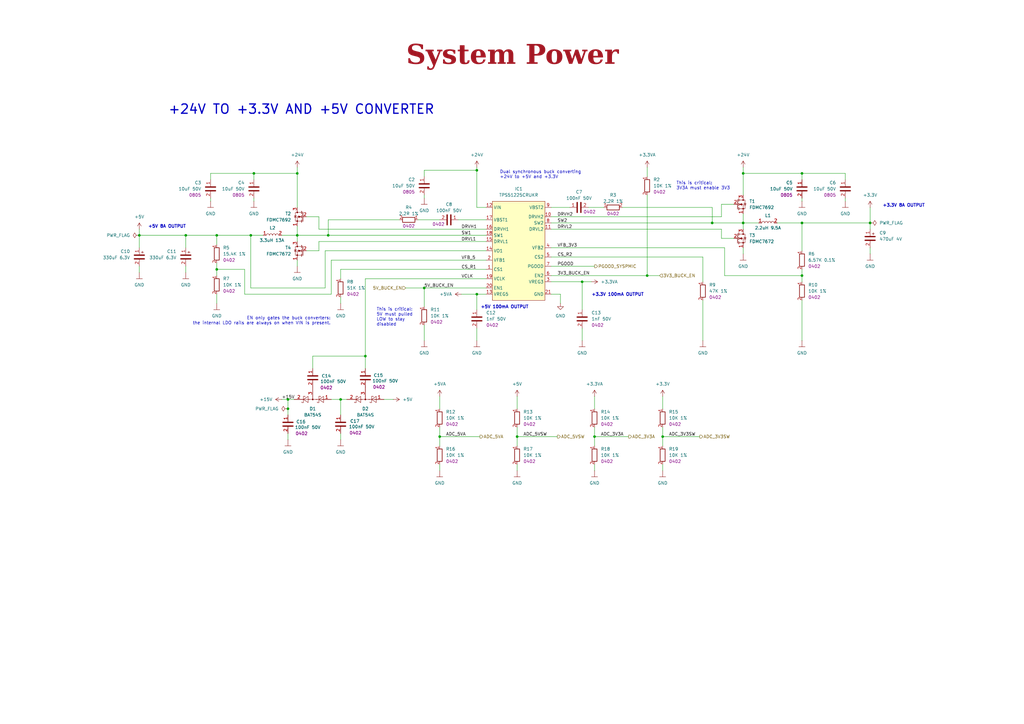
<source format=kicad_sch>
(kicad_sch (version 20250114) (generator "eeschema") (generator_version "9.0")
  (paper "A3")
  (title_block (title "System Power") (date "2026-02-05") (rev "1.0.0") (company "DvidMakesThings"))
  (text "+3.3V 100mA OUTPUT" (at 242.57 120.904 0) (effects (font (size 1.27 1.27) (thickness 0.254) (bold yes)) (justify left)))
  (text "Dual synchronous buck converting \n+24V to +5V and +3.3V \n" (at 204.978 71.628 0) (effects (font (size 1.27 1.27)) (justify left)))
  (text "+5V 100mA OUTPUT" (at 197.104 125.984 0) (effects (font (size 1.27 1.27) (thickness 0.254) (bold yes)) (justify left)))
  (text "+5V 8A OUTPUT" (at 60.706 92.964 0) (effects (font (size 1.27 1.27) (thickness 0.254) (bold yes)) (justify left)))
  (text "+3.3V 8A OUTPUT" (at 361.95 84.328 0) (effects (font (size 1.27 1.27) (thickness 0.254) (bold yes)) (justify left)))
  (text "This is critical: \n3V3A must enable 3V3" (at 277.368 76.2 0) (effects (font (size 1.27 1.27)) (justify left)))
  (text "EN only gates the buck converters:\nthe internal LDO rails are always on when VIN is present." (at 135.636 131.572 0) (effects (font (size 1.27 1.27)) (justify right)))
  (text "This is critical: \n5V must pulled\nLOW to stay\ndisabled" (at 154.432 130.048 0) (effects (font (size 1.27 1.27)) (justify left)))
  (text "+24V TO +3.3V AND +5V CONVERTER" (at 68.834 44.958 0) (effects (font (size 3.81 3.81) (thickness 0.508) (bold yes)) (justify left)))
  (text_box "System Power" (at 12.7 16.51 0) (size 394.97 12.7) (margins 5.9999 5.9999 5.9999 5.9999) (stroke (width -0.0001)) (effects (font (size 8 8) (thickness 1.2) (bold yes))))
  (junction (at 304.8 71.12))
  (junction (at 118.11 163.83))
  (junction (at 118.11 167.64))
  (junction (at 76.2 96.52))
  (junction (at 265.43 113.03))
  (junction (at 149.86 146.05))
  (junction (at 195.58 120.65))
  (junction (at 356.87 91.44))
  (junction (at 139.7 163.83))
  (junction (at 328.93 91.44))
  (junction (at 238.76 115.57))
  (junction (at 88.9 110.49))
  (junction (at 173.99 118.11))
  (junction (at 243.84 179.07))
  (junction (at 57.15 96.52))
  (junction (at 102.87 96.52))
  (junction (at 134.62 96.52))
  (junction (at 328.93 113.03))
  (junction (at 195.58 69.85))
  (junction (at 292.1 91.44))
  (junction (at 271.78 179.07))
  (junction (at 88.9 96.52))
  (junction (at 180.34 179.07))
  (junction (at 212.09 179.07))
  (junction (at 328.93 71.12))
  (junction (at 104.14 71.12))
  (junction (at 304.8 91.44))
  (junction (at 121.92 71.12))
  (junction (at 121.92 96.52))
  (wire (pts (xy 226.06 115.57) (xy 238.76 115.57)))
  (wire (pts (xy 135.89 120.65) (xy 100.33 120.65)))
  (wire (pts (xy 134.62 90.17) (xy 134.62 96.52)))
  (wire (pts (xy 238.76 134.62) (xy 238.76 139.7)))
  (wire (pts (xy 271.78 179.07) (xy 287.02 179.07)))
  (wire (pts (xy 118.11 167.64) (xy 118.11 170.18)))
  (wire (pts (xy 328.93 110.49) (xy 328.93 113.03)))
  (wire (pts (xy 265.43 113.03) (xy 270.51 113.03)))
  (wire (pts (xy 356.87 101.6) (xy 356.87 104.14)))
  (wire (pts (xy 57.15 96.52) (xy 76.2 96.52)))
  (wire (pts (xy 149.86 146.05) (xy 149.86 151.13)))
  (wire (pts (xy 180.34 162.56) (xy 180.34 167.64)))
  (wire (pts (xy 130.81 99.06) (xy 130.81 102.87)))
  (wire (pts (xy 128.27 146.05) (xy 149.86 146.05)))
  (wire (pts (xy 121.92 68.58) (xy 121.92 71.12)))
  (wire (pts (xy 212.09 162.56) (xy 212.09 167.64)))
  (wire (pts (xy 86.36 71.12) (xy 104.14 71.12)))
  (wire (pts (xy 135.89 163.83) (xy 139.7 163.83)))
  (wire (pts (xy 121.92 96.52) (xy 134.62 96.52)))
  (wire (pts (xy 243.84 179.07) (xy 243.84 175.26)))
  (wire (pts (xy 226.06 93.98) (xy 295.91 93.98)))
  (wire (pts (xy 195.58 68.58) (xy 195.58 69.85)))
  (wire (pts (xy 271.78 182.88) (xy 271.78 179.07)))
  (wire (pts (xy 295.91 88.9) (xy 295.91 83.82)))
  (wire (pts (xy 238.76 115.57) (xy 242.57 115.57)))
  (wire (pts (xy 173.99 69.85) (xy 195.58 69.85)))
  (wire (pts (xy 212.09 179.07) (xy 228.6 179.07)))
  (wire (pts (xy 304.8 71.12) (xy 328.93 71.12)))
  (wire (pts (xy 130.81 93.98) (xy 130.81 88.9)))
  (wire (pts (xy 180.34 193.04) (xy 180.34 190.5)))
  (wire (pts (xy 328.93 73.66) (xy 328.93 71.12)))
  (wire (pts (xy 88.9 124.46) (xy 88.9 120.65)))
  (wire (pts (xy 304.8 91.44) (xy 304.8 93.98)))
  (wire (pts (xy 130.81 93.98) (xy 199.39 93.98)))
  (wire (pts (xy 171.45 90.17) (xy 180.34 90.17)))
  (wire (pts (xy 187.96 90.17) (xy 199.39 90.17)))
  (wire (pts (xy 180.34 182.88) (xy 180.34 179.07)))
  (wire (pts (xy 328.93 139.7) (xy 328.93 123.19)))
  (wire (pts (xy 180.34 179.07) (xy 196.85 179.07)))
  (wire (pts (xy 173.99 118.11) (xy 199.39 118.11)))
  (wire (pts (xy 121.92 96.52) (xy 121.92 99.06)))
  (wire (pts (xy 288.29 123.19) (xy 288.29 139.7)))
  (wire (pts (xy 195.58 69.85) (xy 195.58 85.09)))
  (wire (pts (xy 115.57 163.83) (xy 118.11 163.83)))
  (wire (pts (xy 226.06 120.65) (xy 229.87 120.65)))
  (wire (pts (xy 130.81 102.87) (xy 125.73 102.87)))
  (wire (pts (xy 328.93 113.03) (xy 328.93 115.57)))
  (wire (pts (xy 88.9 110.49) (xy 88.9 113.03)))
  (wire (pts (xy 120.65 163.83) (xy 118.11 163.83)))
  (wire (pts (xy 226.06 109.22) (xy 243.84 109.22)))
  (wire (pts (xy 328.93 82.55) (xy 328.93 81.28)))
  (wire (pts (xy 271.78 162.56) (xy 271.78 167.64)))
  (wire (pts (xy 295.91 93.98) (xy 295.91 97.79)))
  (wire (pts (xy 118.11 163.83) (xy 118.11 167.64)))
  (wire (pts (xy 297.18 113.03) (xy 328.93 113.03)))
  (wire (pts (xy 328.93 91.44) (xy 328.93 102.87)))
  (wire (pts (xy 128.27 146.05) (xy 128.27 151.13)))
  (wire (pts (xy 139.7 110.49) (xy 139.7 114.3)))
  (wire (pts (xy 139.7 163.83) (xy 142.24 163.83)))
  (wire (pts (xy 76.2 109.22) (xy 76.2 111.76)))
  (wire (pts (xy 102.87 118.11) (xy 102.87 96.52)))
  (wire (pts (xy 304.8 87.63) (xy 304.8 91.44)))
  (wire (pts (xy 238.76 115.57) (xy 238.76 127)))
  (wire (pts (xy 247.65 85.09) (xy 241.3 85.09)))
  (wire (pts (xy 295.91 83.82) (xy 300.99 83.82)))
  (wire (pts (xy 180.34 179.07) (xy 180.34 175.26)))
  (wire (pts (xy 356.87 91.44) (xy 356.87 93.98)))
  (wire (pts (xy 104.14 71.12) (xy 104.14 73.66)))
  (wire (pts (xy 328.93 91.44) (xy 356.87 91.44)))
  (wire (pts (xy 243.84 182.88) (xy 243.84 179.07)))
  (wire (pts (xy 304.8 104.14) (xy 304.8 101.6)))
  (wire (pts (xy 88.9 107.95) (xy 88.9 110.49)))
  (wire (pts (xy 292.1 85.09) (xy 292.1 91.44)))
  (wire (pts (xy 173.99 118.11) (xy 173.99 125.73)))
  (wire (pts (xy 134.62 90.17) (xy 163.83 90.17)))
  (wire (pts (xy 271.78 179.07) (xy 271.78 175.26)))
  (wire (pts (xy 255.27 85.09) (xy 292.1 85.09)))
  (wire (pts (xy 57.15 101.6) (xy 57.15 96.52)))
  (wire (pts (xy 86.36 82.55) (xy 86.36 81.28)))
  (wire (pts (xy 57.15 93.98) (xy 57.15 96.52)))
  (wire (pts (xy 149.86 114.3) (xy 199.39 114.3)))
  (wire (pts (xy 212.09 193.04) (xy 212.09 190.5)))
  (wire (pts (xy 118.11 180.34) (xy 118.11 177.8)))
  (wire (pts (xy 121.92 109.22) (xy 121.92 106.68)))
  (wire (pts (xy 265.43 68.58) (xy 265.43 72.39)))
  (wire (pts (xy 243.84 193.04) (xy 243.84 190.5)))
  (wire (pts (xy 88.9 96.52) (xy 88.9 100.33)))
  (wire (pts (xy 102.87 96.52) (xy 107.95 96.52)))
  (wire (pts (xy 133.35 102.87) (xy 133.35 118.11)))
  (wire (pts (xy 226.06 91.44) (xy 292.1 91.44)))
  (wire (pts (xy 226.06 88.9) (xy 295.91 88.9)))
  (wire (pts (xy 173.99 81.28) (xy 173.99 80.01)))
  (wire (pts (xy 233.68 85.09) (xy 226.06 85.09)))
  (wire (pts (xy 134.62 96.52) (xy 199.39 96.52)))
  (wire (pts (xy 130.81 88.9) (xy 125.73 88.9)))
  (wire (pts (xy 229.87 120.65) (xy 229.87 124.46)))
  (wire (pts (xy 149.86 146.05) (xy 149.86 114.3)))
  (wire (pts (xy 135.89 106.68) (xy 135.89 120.65)))
  (wire (pts (xy 297.18 101.6) (xy 297.18 113.03)))
  (wire (pts (xy 199.39 102.87) (xy 133.35 102.87)))
  (wire (pts (xy 212.09 179.07) (xy 212.09 175.26)))
  (wire (pts (xy 157.48 163.83) (xy 161.29 163.83)))
  (wire (pts (xy 226.06 105.41) (xy 288.29 105.41)))
  (wire (pts (xy 189.23 120.65) (xy 195.58 120.65)))
  (wire (pts (xy 121.92 92.71) (xy 121.92 96.52)))
  (wire (pts (xy 130.81 99.06) (xy 199.39 99.06)))
  (wire (pts (xy 199.39 85.09) (xy 195.58 85.09)))
  (wire (pts (xy 139.7 180.34) (xy 139.7 177.8)))
  (wire (pts (xy 199.39 106.68) (xy 135.89 106.68)))
  (wire (pts (xy 139.7 163.83) (xy 139.7 170.18)))
  (wire (pts (xy 304.8 68.58) (xy 304.8 71.12)))
  (wire (pts (xy 139.7 121.92) (xy 139.7 124.46)))
  (wire (pts (xy 104.14 82.55) (xy 104.14 81.28)))
  (wire (pts (xy 346.71 71.12) (xy 346.71 73.66)))
  (wire (pts (xy 212.09 182.88) (xy 212.09 179.07)))
  (wire (pts (xy 76.2 96.52) (xy 88.9 96.52)))
  (wire (pts (xy 243.84 162.56) (xy 243.84 167.64)))
  (wire (pts (xy 57.15 109.22) (xy 57.15 111.76)))
  (wire (pts (xy 288.29 105.41) (xy 288.29 115.57)))
  (wire (pts (xy 100.33 110.49) (xy 88.9 110.49)))
  (wire (pts (xy 265.43 80.01) (xy 265.43 113.03)))
  (wire (pts (xy 115.57 96.52) (xy 121.92 96.52)))
  (wire (pts (xy 346.71 82.55) (xy 346.71 81.28)))
  (wire (pts (xy 121.92 71.12) (xy 121.92 85.09)))
  (wire (pts (xy 173.99 69.85) (xy 173.99 72.39)))
  (wire (pts (xy 100.33 120.65) (xy 100.33 110.49)))
  (wire (pts (xy 328.93 71.12) (xy 346.71 71.12)))
  (wire (pts (xy 304.8 91.44) (xy 311.15 91.44)))
  (wire (pts (xy 295.91 97.79) (xy 300.99 97.79)))
  (wire (pts (xy 195.58 120.65) (xy 199.39 120.65)))
  (wire (pts (xy 104.14 71.12) (xy 121.92 71.12)))
  (wire (pts (xy 243.84 179.07) (xy 257.81 179.07)))
  (wire (pts (xy 304.8 71.12) (xy 304.8 80.01)))
  (wire (pts (xy 86.36 73.66) (xy 86.36 71.12)))
  (wire (pts (xy 133.35 118.11) (xy 102.87 118.11)))
  (wire (pts (xy 195.58 134.62) (xy 195.58 139.7)))
  (wire (pts (xy 356.87 85.09) (xy 356.87 91.44)))
  (wire (pts (xy 199.39 110.49) (xy 139.7 110.49)))
  (wire (pts (xy 173.99 139.7) (xy 173.99 133.35)))
  (wire (pts (xy 195.58 120.65) (xy 195.58 127)))
  (wire (pts (xy 76.2 101.6) (xy 76.2 96.52)))
  (wire (pts (xy 166.37 118.11) (xy 173.99 118.11)))
  (wire (pts (xy 304.8 91.44) (xy 292.1 91.44)))
  (wire (pts (xy 271.78 193.04) (xy 271.78 190.5)))
  (wire (pts (xy 226.06 101.6) (xy 297.18 101.6)))
  (wire (pts (xy 88.9 96.52) (xy 102.87 96.52)))
  (wire (pts (xy 226.06 113.03) (xy 265.43 113.03)))
  (wire (pts (xy 318.77 91.44) (xy 328.93 91.44)))
  (label "VCLK" (at 189.23 114.3 0))
  (label "3V3_BUCK_EN" (at 228.6 113.03 0))
  (label "DRVH2" (at 228.6 88.9 0))
  (label "VFB_3V3" (at 228.6 101.6 0))
  (label "DRVH1" (at 189.23 93.98 0))
  (label "ADC_5VSW" (at 214.63 179.07 0))
  (label "SW1" (at 189.23 96.52 0))
  (label "SW2" (at 228.6 91.44 0))
  (label "DRVL1" (at 189.23 99.06 0))
  (label "CS_R2" (at 228.6 105.41 0))
  (label "CS_R1" (at 189.23 110.49 0))
  (label "ADC_3V3A" (at 246.38 179.07 0))
  (label "ADC_3V3SW" (at 274.32 179.07 0))
  (label "5V_BUCK_EN" (at 173.99 118.11 0))
  (label "PGOOD" (at 228.6 109.22 0))
  (label "ADC_5VA" (at 182.88 179.07 0))
  (label "+15V" (at 115.57 163.83 0))
  (label "DRVL2" (at 228.6 93.98 0))
  (label "VFB_5" (at 189.23 106.68 0))
  (hierarchical_label "5V_BUCK_EN" (shape input) (at 166.37 118.11 180))
  (hierarchical_label "ADC_5VA" (shape output) (at 196.85 179.07 0))
  (hierarchical_label "ADC_5VSW" (shape output) (at 228.6 179.07 0))
  (hierarchical_label "3V3_BUCK_EN" (shape input) (at 270.51 113.03 0))
  (hierarchical_label "ADC_3V3A" (shape output) (at 257.81 179.07 0))
  (hierarchical_label "ADC_3V3SW" (shape output) (at 287.02 179.07 0))
  (hierarchical_label "PGOOD_SYSPMIC" (shape output) (at 243.84 109.22 0))
  (symbol (lib_id "power:+15V") (at 115.57 163.83 90) (unit 1)
    (property "Reference" "#PWR033" (effects (hide yes)))
    (property "Value" "+15V" (at 111.76 163.8299 90) (effects (justify left)))
    (property "Description" "Power symbol creates a global label with name \"+15V\"" (effects (hide yes)))
  )
  (symbol (lib_id "DS_Supply:GND") (at 288.29 139.7 0) (unit 1)
    (property "Reference" "#PWR027" (effects (hide yes)))
    (property "Value" "GND" (at 288.29 144.78 0))
    (property "Description" "Power symbol creates a global label with name \"GND\" , ground" (effects (hide yes)))
  )
  (symbol (lib_id "DS_Resistor_0402:10K 1% 0402") (at 212.09 186.69 0) (unit 1)
    (property "Reference" "R17" (at 214.63 184.1499 0) (effects (justify left)))
    (property "Value" "10K 1%" (at 214.63 186.6899 0) (effects (justify left)))
    (property "Footprint" "Resistor_SMD:R_0402_1005Metric" (effects (hide yes)))
    (property "Description" "62.5mW Thick Film Resistors 50V ±100ppm/℃ ±1% 10kΩ 0402 Chip Resistor - Surface Mount ROHS" (effects (hide yes)))
    (property "LCSC_PART" "C25744" (effects (hide yes)))
    (property "ROHS" "YES" (effects (hide yes)))
    (property "FOOTPRINT_SHORT" "0402" (at 214.63 189.2299 0) (effects (justify left)))
    (property "MFR" "ROHM" (effects (hide yes)))
  )
  (symbol (lib_id "DS_FET:FDMC7672") (at 121.92 102.87 0) (mirror y) (unit 1)
    (property "Reference" "T4" (at 119.38 101.5999 0) (effects (justify left)))
    (property "Value" "FDMC7672" (at 119.38 104.1399 0) (effects (justify left)))
    (property "Footprint" "DS_FET:DFN8_3x3" (effects (hide yes)))
    (property "Datasheet" "https://www.onsemi.com/pdf/datasheet/fdmc7672-d.pdf" (effects (hide yes)))
    (property "Description" "1 N-channel 120pF@15V 16.9A 3.89nF@15V 30V 3V 57nC@10V WDFN-8(3.3x3.3) MOSFETs ROHS" (effects (hide yes)))
    (property "ROHS" "YES" (effects (hide yes)))
    (property "LCSC_PART" "C890946" (effects (hide yes)))
    (property "MPN" "FDMC7672" (effects (hide yes)))
    (property "MFR" "onsemi" (effects (hide yes)))
  )
  (symbol (lib_id "DS_Capacitor_0805:10uF 50V 0805") (at 104.14 77.47 0) (unit 1)
    (property "Reference" "C4" (at 100.33 74.9299 0) (effects (justify right)))
    (property "Value" "10uF 50V" (at 100.33 77.4699 0) (effects (justify right)))
    (property "Footprint" "Capacitor_SMD:C_0805_2012Metric" (effects (hide yes)))
    (property "Description" "50V 10uF X5R ±10% 0805 Multilayer Ceramic Capacitors MLCC - SMD/SMT ROHS" (effects (hide yes)))
    (property "FOOTPRINT_SHORT" "0805" (at 100.33 80.0099 0) (effects (justify right)))
    (property "ROHS" "YES" (effects (hide yes)))
    (property "LCSC_PART" "C440198" (effects (hide yes)))
  )
  (symbol (lib_id "DS_FET:FDMC7692") (at 121.92 88.9 0) (mirror y) (unit 1)
    (property "Reference" "T2" (at 119.38 87.6299 0) (effects (justify left)))
    (property "Value" "FDMC7692" (at 119.38 90.1699 0) (effects (justify left)))
    (property "Footprint" "DS_FET:DFN8_3x3" (effects (hide yes)))
    (property "Datasheet" "https://www.onsemi.com/pdf/datasheet/fdmc7692-d.pdf" (effects (hide yes)))
    (property "Description" "1 N-channel 1.385nF 18A 23nC@10V 27W 30V 3V 590pF 60pF 9.3mΩ@10V N-Channel MLP(3.3x3.3) MOSFETs ROHS" (effects (hide yes)))
    (property "ROHS" "YES" (effects (hide yes)))
    (property "LCSC_PART" "C241798" (effects (hide yes)))
    (property "MPN" "FDMC7692" (effects (hide yes)))
    (property "MFR" "onsemi" (effects (hide yes)))
  )
  (symbol (lib_id "DS_Supply:GND") (at 212.09 193.04 0) (unit 1)
    (property "Reference" "#PWR038" (effects (hide yes)))
    (property "Value" "GND" (at 212.09 198.12 0))
    (property "Description" "Power symbol creates a global label with name \"GND\" , ground" (effects (hide yes)))
  )
  (symbol (lib_id "DS_Capacitor_Tantal:330uF_6.3V") (at 57.15 105.41 0) (unit 1)
    (property "Reference" "C10" (at 53.34 103.1211 0) (effects (justify right)))
    (property "Value" "330uF 6.3V" (at 53.34 105.6611 0) (effects (justify right)))
    (property "Footprint" "DS_Capacitor:2917" (effects (hide yes)))
    (property "Datasheet" "https://industrial.panasonic.com/cdbs/www-data/pdf/AAA8000/AAA8000C36.pdf" (effects (hide yes)))
    (property "Description" "-55°C~+105°C 18mΩ@100kHz 330uF 6.3V ±20% - Tantalum Capacitors ROHS" (effects (hide yes)))
    (property "LCSC_PART" "C134173" (effects (hide yes)))
    (property "ROHS" "YES" (effects (hide yes)))
    (property "MPN" "6TPE330MIL" (effects (hide yes)))
  )
  (symbol (lib_id "DS_Supply:GND") (at 57.15 111.76 0) (unit 1)
    (property "Reference" "#PWR017" (effects (hide yes)))
    (property "Value" "GND" (at 57.15 116.84 0))
    (property "Description" "Power symbol creates a global label with name \"GND\" , ground" (effects (hide yes)))
  )
  (symbol (lib_id "DS_Supply:GND") (at 346.71 82.55 0) (unit 1)
    (property "Reference" "#PWR011" (effects (hide yes)))
    (property "Value" "GND" (at 346.71 87.63 0))
    (property "Description" "Power symbol creates a global label with name \"GND\" , ground" (effects (hide yes)))
  )
  (symbol (lib_id "DS_Resistor_0402:10K 1% 0402") (at 212.09 171.45 0) (unit 1)
    (property "Reference" "R13" (at 214.63 168.9099 0) (effects (justify left)))
    (property "Value" "10K 1%" (at 214.63 171.4499 0) (effects (justify left)))
    (property "Footprint" "Resistor_SMD:R_0402_1005Metric" (effects (hide yes)))
    (property "Description" "62.5mW Thick Film Resistors 50V ±100ppm/℃ ±1% 10kΩ 0402 Chip Resistor - Surface Mount ROHS" (effects (hide yes)))
    (property "LCSC_PART" "C25744" (effects (hide yes)))
    (property "ROHS" "YES" (effects (hide yes)))
    (property "FOOTPRINT_SHORT" "0402" (at 214.63 173.9899 0) (effects (justify left)))
    (property "MFR" "ROHM" (effects (hide yes)))
  )
  (symbol (lib_id "DS_Vreg:TPS51225C") (at 213.36 101.6 0) (unit 1)
    (property "Reference" "IC1" (at 212.725 77.47 0))
    (property "Value" "TPS51225CRUKR" (at 212.725 80.01 0))
    (property "Footprint" "DS_Vreg:QFN20-3x3" (effects (hide yes)))
    (property "Datasheet" "https://www.ti.com/lit/ds/symlink/tps51225.pdf" (effects (hide yes)))
    (property "Description" "Dual Synchronous, Step-Down Controller with 5-V and 3.3-V LDOs" (effects (hide yes)))
    (property "LCSC_PART" "C131684" (effects (hide yes)))
    (property "ROHS" "YES" (effects (hide yes)))
    (property "MFR" "Texas Instruments" (effects (hide yes)))
    (property "MPN" "TPS51225CRUKR" (effects (hide yes)))
  )
  (symbol (lib_id "power:+5V") (at 161.29 163.83 270) (unit 1)
    (property "Reference" "#PWR034" (effects (hide yes)))
    (property "Value" "+5V" (at 165.1 163.8299 90) (effects (justify left)))
    (property "Description" "Power symbol creates a global label with name \"+5V\"" (effects (hide yes)))
  )
  (symbol (lib_id "DS_Supply:GND") (at 88.9 124.46 0) (unit 1)
    (property "Reference" "#PWR021" (effects (hide yes)))
    (property "Value" "GND" (at 88.9 129.54 0))
    (property "Description" "Power symbol creates a global label with name \"GND\" , ground" (effects (hide yes)))
  )
  (symbol (lib_id "DS_Supply:GND") (at 328.93 82.55 0) (unit 1)
    (property "Reference" "#PWR010" (effects (hide yes)))
    (property "Value" "GND" (at 328.93 87.63 0))
    (property "Description" "Power symbol creates a global label with name \"GND\" , ground" (effects (hide yes)))
  )
  (symbol (lib_id "power:+5VA") (at 189.23 120.65 90) (unit 1)
    (property "Reference" "#PWR020" (effects (hide yes)))
    (property "Value" "+5VA" (at 185.42 120.6499 90) (effects (justify left)))
    (property "Description" "Power symbol creates a global label with name \"+5VA\"" (effects (hide yes)))
  )
  (symbol (lib_id "DS_Resistor_0402:10K 1% 0402") (at 243.84 186.69 0) (unit 1)
    (property "Reference" "R18" (at 246.38 184.1499 0) (effects (justify left)))
    (property "Value" "10K 1%" (at 246.38 186.6899 0) (effects (justify left)))
    (property "Footprint" "Resistor_SMD:R_0402_1005Metric" (effects (hide yes)))
    (property "Description" "62.5mW Thick Film Resistors 50V ±100ppm/℃ ±1% 10kΩ 0402 Chip Resistor - Surface Mount ROHS" (effects (hide yes)))
    (property "LCSC_PART" "C25744" (effects (hide yes)))
    (property "ROHS" "YES" (effects (hide yes)))
    (property "FOOTPRINT_SHORT" "0402" (at 246.38 189.2299 0) (effects (justify left)))
    (property "MFR" "ROHM" (effects (hide yes)))
  )
  (symbol (lib_id "DS_Capacitor_Tantal:330uF_6.3V") (at 76.2 105.41 0) (unit 1)
    (property "Reference" "C11" (at 72.39 103.1211 0) (effects (justify right)))
    (property "Value" "330uF 6.3V" (at 72.39 105.6611 0) (effects (justify right)))
    (property "Footprint" "DS_Capacitor:2917" (effects (hide yes)))
    (property "Datasheet" "https://industrial.panasonic.com/cdbs/www-data/pdf/AAA8000/AAA8000C36.pdf" (effects (hide yes)))
    (property "Description" "-55°C~+105°C 18mΩ@100kHz 330uF 6.3V ±20% - Tantalum Capacitors ROHS" (effects (hide yes)))
    (property "LCSC_PART" "C134173" (effects (hide yes)))
    (property "ROHS" "YES" (effects (hide yes)))
    (property "MPN" "6TPE330MIL" (effects (hide yes)))
  )
  (symbol (lib_id "DS_Supply:GND") (at 173.99 139.7 0) (unit 1)
    (property "Reference" "#PWR024" (effects (hide yes)))
    (property "Value" "GND" (at 173.99 144.78 0))
    (property "Description" "Power symbol creates a global label with name \"GND\" , ground" (effects (hide yes)))
  )
  (symbol (lib_id "power:+24V") (at 304.8 68.58 0) (unit 1)
    (property "Reference" "#PWR06" (effects (hide yes)))
    (property "Value" "+24V" (at 304.8 63.5 0))
    (property "Description" "Power symbol creates a global label with name \"+24V\"" (effects (hide yes)))
  )
  (symbol (lib_id "power:PWR_FLAG") (at 57.15 96.52 90) (unit 1)
    (property "Reference" "#FLG02" (effects (hide yes)))
    (property "Value" "PWR_FLAG" (at 53.34 96.5199 90) (effects (justify left)))
    (property "Description" "Special symbol for telling ERC where power comes from" (effects (hide yes)))
  )
  (symbol (lib_id "DS_Resistor_0402:47K_1%") (at 288.29 119.38 0) (unit 1)
    (property "Reference" "R9" (at 290.83 116.8399 0) (effects (justify left)))
    (property "Value" "47K 1%" (at 290.83 119.3799 0) (effects (justify left)))
    (property "Footprint" "Resistor_SMD:R_0402_1005Metric" (effects (hide yes)))
    (property "Description" "-55℃~+155℃ 47kΩ 50V 62.5mW Thick Film Resistor ±1% ±100ppm/℃ 0402 Chip Resistor - Surface Mount ROHS" (effects (hide yes)))
    (property "LCSC_PART" "C25792" (effects (hide yes)))
    (property "ROHS" "YES" (effects (hide yes)))
    (property "FOOTPRINT_SHORT" "0402" (at 290.83 121.9199 0) (effects (justify left)))
    (property "MFR" "0402WGF4702TCE" (effects (hide yes)))
  )
  (symbol (lib_id "DS_Resistor_0402:15.4K 1% 0402") (at 88.9 104.14 0) (unit 1)
    (property "Reference" "R5" (at 91.44 101.5999 0) (effects (justify left)))
    (property "Value" "15.4K 1%" (at 91.44 104.1399 0) (effects (justify left)))
    (property "Footprint" "Resistor_SMD:R_0402_1005Metric" (effects (hide yes)))
    (property "Datasheet" "https://jlcpcb.com/api/file/downloadByFileSystemAccessId/8590918905378381824" (effects (hide yes)))
    (property "Description" "15.4kΩ 50V 62.5mW Thick Film Resistor ±1% ±200ppm/℃ 0402 Chip Resistor - Surface Mount ROHS" (effects (hide yes)))
    (property "LCSC_PART" "C22369478" (effects (hide yes)))
    (property "ROHS" "YES" (effects (hide yes)))
    (property "FOOTPRINT_SHORT" "0402" (at 91.44 106.6799 0) (effects (justify left)))
    (property "MFR" "HKR" (effects (hide yes)))
    (property "MPN" "RCA0215K4FLF" (effects (hide yes)))
  )
  (symbol (lib_id "power:+3.3V") (at 356.87 85.09 0) (unit 1)
    (property "Reference" "#PWR012" (effects (hide yes)))
    (property "Value" "+3.3V" (at 356.87 80.01 0))
    (property "Description" "Power symbol creates a global label with name \"+3.3V\"" (effects (hide yes)))
  )
  (symbol (lib_id "DS_Supply:GND") (at 356.87 104.14 0) (unit 1)
    (property "Reference" "#PWR015" (effects (hide yes)))
    (property "Value" "GND" (at 356.87 109.22 0))
    (property "Description" "Power symbol creates a global label with name \"GND\" , ground" (effects (hide yes)))
  )
  (symbol (lib_id "DS_Resistor_0402:51K_1%") (at 139.7 118.11 0) (unit 1)
    (property "Reference" "R8" (at 142.24 115.5699 0) (effects (justify left)))
    (property "Value" "51K 1%" (at 142.24 118.1099 0) (effects (justify left)))
    (property "Footprint" "Resistor_SMD:R_0402_1005Metric" (effects (hide yes)))
    (property "Description" "-55℃~+155℃ 50V 51kΩ 62.5mW Thick Film Resistor ±1% ±100ppm/℃ 0402 Chip Resistor - Surface Mount ROHS" (effects (hide yes)))
    (property "LCSC_PART" "C25794" (effects (hide yes)))
    (property "ROHS" "YES" (effects (hide yes)))
    (property "FOOTPRINT_SHORT" "0402" (at 142.24 120.6499 0) (effects (justify left)))
  )
  (symbol (lib_id "DS_Supply:GND") (at 243.84 193.04 0) (unit 1)
    (property "Reference" "#PWR039" (effects (hide yes)))
    (property "Value" "GND" (at 243.84 198.12 0))
    (property "Description" "Power symbol creates a global label with name \"GND\" , ground" (effects (hide yes)))
  )
  (symbol (lib_id "DS_Capacitor_0402:100nF 50V 0402") (at 128.27 154.94 0) (mirror y) (unit 1)
    (property "Reference" "C14" (at 133.858 154.178 0))
    (property "Value" "100nF 50V" (at 136.652 156.464 0))
    (property "Footprint" "Capacitor_SMD:C_0402_1005Metric" (effects (hide yes)))
    (property "Description" "50V 100nF X7R ±10% 0402 Multilayer Ceramic Capacitors MLCC - SMD/SMT ROHS" (effects (hide yes)))
    (property "FOOTPRINT_SHORT" "0402" (at 133.858 159.004 0))
    (property "ROHS" "YES" (effects (hide yes)))
    (property "LCSC_PART" "C307331" (effects (hide yes)))
  )
  (symbol (lib_id "DS_Capacitor_0805:10uF 50V 0805") (at 328.93 77.47 0) (unit 1)
    (property "Reference" "C5" (at 325.12 74.9299 0) (effects (justify right)))
    (property "Value" "10uF 50V" (at 325.12 77.4699 0) (effects (justify right)))
    (property "Footprint" "Capacitor_SMD:C_0805_2012Metric" (effects (hide yes)))
    (property "Description" "50V 10uF X5R ±10% 0805 Multilayer Ceramic Capacitors MLCC - SMD/SMT ROHS" (effects (hide yes)))
    (property "FOOTPRINT_SHORT" "0805" (at 325.12 80.0099 0) (effects (justify right)))
    (property "ROHS" "YES" (effects (hide yes)))
    (property "LCSC_PART" "C440198" (effects (hide yes)))
  )
  (symbol (lib_id "power:+3.3VA") (at 242.57 115.57 270) (mirror x) (unit 1)
    (property "Reference" "#PWR019" (effects (hide yes)))
    (property "Value" "+3.3VA" (at 246.38 115.5699 90) (effects (justify left)))
    (property "Description" "Power symbol creates a global label with name \"+3.3VA\"" (effects (hide yes)))
  )
  (symbol (lib_id "DS_Supply:GND") (at 238.76 139.7 0) (unit 1)
    (property "Reference" "#PWR026" (effects (hide yes)))
    (property "Value" "GND" (at 238.76 144.78 0))
    (property "Description" "Power symbol creates a global label with name \"GND\" , ground" (effects (hide yes)))
  )
  (symbol (lib_id "DS_Resistor_0402:10K 1% 0402") (at 180.34 186.69 0) (unit 1)
    (property "Reference" "R16" (at 182.88 184.1499 0) (effects (justify left)))
    (property "Value" "10K 1%" (at 182.88 186.6899 0) (effects (justify left)))
    (property "Footprint" "Resistor_SMD:R_0402_1005Metric" (effects (hide yes)))
    (property "Description" "62.5mW Thick Film Resistors 50V ±100ppm/℃ ±1% 10kΩ 0402 Chip Resistor - Surface Mount ROHS" (effects (hide yes)))
    (property "LCSC_PART" "C25744" (effects (hide yes)))
    (property "ROHS" "YES" (effects (hide yes)))
    (property "FOOTPRINT_SHORT" "0402" (at 182.88 189.2299 0) (effects (justify left)))
    (property "MFR" "ROHM" (effects (hide yes)))
  )
  (symbol (lib_id "power:PWR_FLAG") (at 356.87 91.44 270) (unit 1)
    (property "Reference" "#FLG01" (effects (hide yes)))
    (property "Value" "PWR_FLAG" (at 360.68 91.4399 90) (effects (justify left)))
    (property "Description" "Special symbol for telling ERC where power comes from" (effects (hide yes)))
  )
  (symbol (lib_id "DS_Supply:GND") (at 86.36 82.55 0) (unit 1)
    (property "Reference" "#PWR08" (effects (hide yes)))
    (property "Value" "GND" (at 86.36 87.63 0))
    (property "Description" "Power symbol creates a global label with name \"GND\" , ground" (effects (hide yes)))
  )
  (symbol (lib_id "power:PWR_FLAG") (at 118.11 167.64 90) (unit 1)
    (property "Reference" "#FLG03" (effects (hide yes)))
    (property "Value" "PWR_FLAG" (at 114.3 167.6399 90) (effects (justify left)))
    (property "Description" "Special symbol for telling ERC where power comes from" (effects (hide yes)))
  )
  (symbol (lib_id "power:+5VA") (at 180.34 162.56 0) (unit 1)
    (property "Reference" "#PWR029" (effects (hide yes)))
    (property "Value" "+5VA" (at 180.34 157.48 0))
    (property "Description" "Power symbol creates a global label with name \"+5VA\"" (effects (hide yes)))
  )
  (symbol (lib_id "DS_Resistor_0402:10K 1% 0402") (at 271.78 171.45 0) (unit 1)
    (property "Reference" "R15" (at 274.32 168.9099 0) (effects (justify left)))
    (property "Value" "10K 1%" (at 274.32 171.4499 0) (effects (justify left)))
    (property "Footprint" "Resistor_SMD:R_0402_1005Metric" (effects (hide yes)))
    (property "Description" "62.5mW Thick Film Resistors 50V ±100ppm/℃ ±1% 10kΩ 0402 Chip Resistor - Surface Mount ROHS" (effects (hide yes)))
    (property "LCSC_PART" "C25744" (effects (hide yes)))
    (property "ROHS" "YES" (effects (hide yes)))
    (property "FOOTPRINT_SHORT" "0402" (at 274.32 173.9899 0) (effects (justify left)))
    (property "MFR" "ROHM" (effects (hide yes)))
  )
  (symbol (lib_id "DS_Resistor_0402:2.2R 1% 0402") (at 251.46 85.09 90) (unit 1)
    (property "Reference" "R3" (at 251.46 80.01 90))
    (property "Value" "2.2R 1%" (at 251.46 82.55 90))
    (property "Footprint" "Resistor_SMD:R_0402_1005Metric" (effects (hide yes)))
    (property "Description" "-55℃~+155℃ 2.2Ω 50V 62.5mW Thick Film Resistor ±1% ±200ppm/℃ 0402 Chip Resistor - Surface Mount ROHS" (effects (hide yes)))
    (property "LCSC_PART" "C25101" (effects (hide yes)))
    (property "ROHS" "YES" (effects (hide yes)))
    (property "FOOTPRINT_SHORT" "0402" (at 251.46 87.63 90))
    (property "MFR" " UNI-ROYAL" (effects (hide yes)))
  )
  (symbol (lib_id "power:GND") (at 229.87 124.46 0) (unit 1)
    (property "Reference" "#PWR023" (effects (hide yes)))
    (property "Value" "GND" (at 229.87 129.54 0))
    (property "Description" "Power symbol creates a global label with name \"GND\" , ground" (effects (hide yes)))
  )
  (symbol (lib_id "DS_Resistor_0402:10K 1% 0402") (at 328.93 119.38 0) (unit 1)
    (property "Reference" "R10" (at 331.47 116.8399 0) (effects (justify left)))
    (property "Value" "10K 1%" (at 331.47 119.3799 0) (effects (justify left)))
    (property "Footprint" "Resistor_SMD:R_0402_1005Metric" (effects (hide yes)))
    (property "Description" "62.5mW Thick Film Resistors 50V ±100ppm/℃ ±1% 10kΩ 0402 Chip Resistor - Surface Mount ROHS" (effects (hide yes)))
    (property "LCSC_PART" "C25744" (effects (hide yes)))
    (property "ROHS" "YES" (effects (hide yes)))
    (property "FOOTPRINT_SHORT" "0402" (at 331.47 121.9199 0) (effects (justify left)))
    (property "MFR" "ROHM" (effects (hide yes)))
  )
  (symbol (lib_id "DS_Capacitor_0805:10uF 50V 0805") (at 173.99 76.2 0) (unit 1)
    (property "Reference" "C2" (at 170.18 73.6599 0) (effects (justify right)))
    (property "Value" "10uF 50V" (at 170.18 76.1999 0) (effects (justify right)))
    (property "Footprint" "Capacitor_SMD:C_0805_2012Metric" (effects (hide yes)))
    (property "Description" "50V 10uF X5R ±10% 0805 Multilayer Ceramic Capacitors MLCC - SMD/SMT ROHS" (effects (hide yes)))
    (property "FOOTPRINT_SHORT" "0805" (at 170.18 78.7399 0) (effects (justify right)))
    (property "ROHS" "YES" (effects (hide yes)))
    (property "LCSC_PART" "C440198" (effects (hide yes)))
  )
  (symbol (lib_id "DS_Capacitor_0805:10uF 50V 0805") (at 346.71 77.47 0) (unit 1)
    (property "Reference" "C6" (at 342.9 74.9299 0) (effects (justify right)))
    (property "Value" "10uF 50V" (at 342.9 77.4699 0) (effects (justify right)))
    (property "Footprint" "Capacitor_SMD:C_0805_2012Metric" (effects (hide yes)))
    (property "Description" "50V 10uF X5R ±10% 0805 Multilayer Ceramic Capacitors MLCC - SMD/SMT ROHS" (effects (hide yes)))
    (property "FOOTPRINT_SHORT" "0805" (at 342.9 80.0099 0) (effects (justify right)))
    (property "ROHS" "YES" (effects (hide yes)))
    (property "LCSC_PART" "C440198" (effects (hide yes)))
  )
  (symbol (lib_id "power:+24V") (at 195.58 68.58 0) (unit 1)
    (property "Reference" "#PWR04" (effects (hide yes)))
    (property "Value" "+24V" (at 195.58 63.5 0))
    (property "Description" "Power symbol creates a global label with name \"+24V\"" (effects (hide yes)))
  )
  (symbol (lib_id "DS_Inductor:3.3uH 13A") (at 111.76 96.52 0) (unit 1)
    (property "Reference" "L2" (at 111.76 93.472 0))
    (property "Value" "3.3uH 13A" (at 111.506 98.552 0))
    (property "Footprint" "DS_Inductor:7x6.6mm" (effects (hide yes)))
    (property "Datasheet" "https://jlcpcb.com/api/file/downloadByFileSystemAccessId/8604432124011159552" (effects (hide yes)))
    (property "Description" "10A 13A 15mΩ 3.3uH Molded Inductor ±20% SMD,8.5x8mm Power Inductors ROHS" (effects (hide yes)))
    (property "LCSC_PART" "C41413136" (effects (hide yes)))
    (property "ROHS" "YES" (effects (hide yes)))
    (property "MPN" "ZEMS0850-3R3M" (effects (hide yes)))
    (property "MFR" "ZE" (effects (hide yes)))
  )
  (symbol (lib_id "power:+3.3VA") (at 243.84 162.56 0) (mirror y) (unit 1)
    (property "Reference" "#PWR031" (effects (hide yes)))
    (property "Value" "+3.3VA" (at 243.84 157.48 0))
    (property "Description" "Power symbol creates a global label with name \"+3.3VA\"" (effects (hide yes)))
  )
  (symbol (lib_id "DS_Supply:GND") (at 328.93 139.7 0) (unit 1)
    (property "Reference" "#PWR028" (effects (hide yes)))
    (property "Value" "GND" (at 328.93 144.78 0))
    (property "Description" "Power symbol creates a global label with name \"GND\" , ground" (effects (hide yes)))
  )
  (symbol (lib_id "DS_Capacitor_0402:100nF 50V 0402") (at 149.86 154.94 0) (mirror y) (unit 1)
    (property "Reference" "C15" (at 155.194 153.924 0))
    (property "Value" "100nF 50V" (at 157.988 156.21 0))
    (property "Footprint" "Capacitor_SMD:C_0402_1005Metric" (effects (hide yes)))
    (property "Description" "50V 100nF X7R ±10% 0402 Multilayer Ceramic Capacitors MLCC - SMD/SMT ROHS" (effects (hide yes)))
    (property "FOOTPRINT_SHORT" "0402" (at 155.448 158.75 0))
    (property "ROHS" "YES" (effects (hide yes)))
    (property "LCSC_PART" "C307331" (effects (hide yes)))
  )
  (symbol (lib_id "power:+24V") (at 121.92 68.58 0) (unit 1)
    (property "Reference" "#PWR03" (effects (hide yes)))
    (property "Value" "+24V" (at 121.92 63.5 0))
    (property "Description" "Power symbol creates a global label with name \"+24V\"" (effects (hide yes)))
  )
  (symbol (lib_id "DS_Capacitor_0805:10uF 50V 0805") (at 86.36 77.47 0) (unit 1)
    (property "Reference" "C3" (at 82.55 74.9299 0) (effects (justify right)))
    (property "Value" "10uF 50V" (at 82.55 77.4699 0) (effects (justify right)))
    (property "Footprint" "Capacitor_SMD:C_0805_2012Metric" (effects (hide yes)))
    (property "Description" "50V 10uF X5R ±10% 0805 Multilayer Ceramic Capacitors MLCC - SMD/SMT ROHS" (effects (hide yes)))
    (property "FOOTPRINT_SHORT" "0805" (at 82.55 80.0099 0) (effects (justify right)))
    (property "ROHS" "YES" (effects (hide yes)))
    (property "LCSC_PART" "C440198" (effects (hide yes)))
  )
  (symbol (lib_id "DS_Supply:GND") (at 304.8 104.14 0) (unit 1)
    (property "Reference" "#PWR014" (effects (hide yes)))
    (property "Value" "GND" (at 304.8 109.22 0))
    (property "Description" "Power symbol creates a global label with name \"GND\" , ground" (effects (hide yes)))
  )
  (symbol (lib_id "DS_Supply:GND") (at 173.99 81.28 0) (unit 1)
    (property "Reference" "#PWR07" (effects (hide yes)))
    (property "Value" "GND" (at 173.99 86.36 0))
    (property "Description" "Power symbol creates a global label with name \"GND\" , ground" (effects (hide yes)))
  )
  (symbol (lib_id "DS_Supply:GND") (at 121.92 109.22 0) (unit 1)
    (property "Reference" "#PWR016" (effects (hide yes)))
    (property "Value" "GND" (at 121.92 114.3 0))
    (property "Description" "Power symbol creates a global label with name \"GND\" , ground" (effects (hide yes)))
  )
  (symbol (lib_id "DS_Capacitor_0402:100nF 50V 0402") (at 237.49 85.09 90) (unit 1)
    (property "Reference" "C7" (at 237.49 78.74 90))
    (property "Value" "100nF 50V" (at 237.49 81.28 90))
    (property "Footprint" "Capacitor_SMD:C_0402_1005Metric" (effects (hide yes)))
    (property "Description" "50V 100nF X7R ±10% 0402 Multilayer Ceramic Capacitors MLCC - SMD/SMT ROHS" (effects (hide yes)))
    (property "FOOTPRINT_SHORT" "0402" (at 241.808 86.868 90))
    (property "ROHS" "YES" (effects (hide yes)))
    (property "LCSC_PART" "C307331" (effects (hide yes)))
  )
  (symbol (lib_id "DS_Resistor_0402:6.57K_1%") (at 328.93 106.68 0) (unit 1)
    (property "Reference" "R6" (at 331.47 104.1399 0) (effects (justify left)))
    (property "Value" "6.57K 0.1%" (at 331.47 106.68 0) (effects (justify left)))
    (property "Footprint" "Resistor_SMD:R_0402_1005Metric" (effects (hide yes)))
    (property "Description" "-55℃~+155℃ 50V 6.57kΩ 62.5mW Thin Film Resistor ±0.1% ±25ppm/℃ 0402 Chip Resistor - Surface Mount ROHS" (effects (hide yes)))
    (property "LCSC_PART" "C852899" (effects (hide yes)))
    (property "ROHS" "YES" (effects (hide yes)))
    (property "FOOTPRINT_SHORT" "0402" (at 331.47 109.2199 0) (effects (justify left)))
    (property "MFR" "RT0402BRD076K57L" (effects (hide yes)))
  )
  (symbol (lib_id "DS_FET:FDMC7692") (at 304.8 83.82 0) (unit 1)
    (property "Reference" "T1" (at 307.34 82.5499 0) (effects (justify left)))
    (property "Value" "FDMC7692" (at 307.34 85.0899 0) (effects (justify left)))
    (property "Footprint" "DS_FET:DFN8_3x3" (effects (hide yes)))
    (property "Datasheet" "https://www.onsemi.com/pdf/datasheet/fdmc7692-d.pdf" (effects (hide yes)))
    (property "Description" "1 N-channel 1.385nF 18A 23nC@10V 27W 30V 3V 590pF 60pF 9.3mΩ@10V N-Channel MLP(3.3x3.3) MOSFETs ROHS" (effects (hide yes)))
    (property "ROHS" "YES" (effects (hide yes)))
    (property "LCSC_PART" "C241798" (effects (hide yes)))
    (property "MPN" "FDMC7692" (effects (hide yes)))
    (property "MFR" "onsemi" (effects (hide yes)))
  )
  (symbol (lib_id "DS_Supply:GND") (at 139.7 124.46 0) (unit 1)
    (property "Reference" "#PWR022" (effects (hide yes)))
    (property "Value" "GND" (at 139.7 129.54 0))
    (property "Description" "Power symbol creates a global label with name \"GND\" , ground" (effects (hide yes)))
  )
  (symbol (lib_id "DS_Capacitor_0402:1nF 50V 0402") (at 238.76 130.81 0) (mirror y) (unit 1)
    (property "Reference" "C13" (at 242.57 128.2699 0) (effects (justify right)))
    (property "Value" "1nF 50V" (at 242.57 130.8099 0) (effects (justify right)))
    (property "Footprint" "Capacitor_SMD:C_0402_1005Metric" (effects (hide yes)))
    (property "Description" "50V 1nF X7R ±10% 0402 Multilayer Ceramic Capacitors MLCC - SMD/SMT ROHS" (effects (hide yes)))
    (property "FOOTPRINT_SHORT" "0402" (at 242.57 133.3499 0) (effects (justify right)))
    (property "ROHS" "YES" (effects (hide yes)))
    (property "LCSC_PART" "C14442" (effects (hide yes)))
  )
  (symbol (lib_id "power:+3.3V") (at 271.78 162.56 0) (unit 1)
    (property "Reference" "#PWR032" (effects (hide yes)))
    (property "Value" "+3.3V" (at 271.78 157.48 0))
    (property "Description" "Power symbol creates a global label with name \"+3.3V\"" (effects (hide yes)))
  )
  (symbol (lib_id "DS_Diode:BAT54S") (at 128.27 163.83 180) (unit 1)
    (property "Reference" "D1" (at 128.27 167.64 0))
    (property "Value" "BAT54S" (at 128.27 170.18 0))
    (property "Footprint" "DS_Diode:SOT23-3" (effects (hide yes)))
    (property "Datasheet" "https://diotec.com/request/datasheet/bat54.pdf" (effects (hide yes)))
    (property "Description" "1 Pair Series Connection 200mA 2uA@30V 30V 400mV@10mA 600mA SOT-23 Schottky Diodes ROHS" (effects (hide yes)))
    (property "LCSC_PART" "C7420333" (effects (hide yes)))
    (property "ROHS" "YES" (effects (hide yes)))
  )
  (symbol (lib_id "DS_Resistor_0402:10K 1% 0402") (at 243.84 171.45 0) (unit 1)
    (property "Reference" "R14" (at 246.38 168.9099 0) (effects (justify left)))
    (property "Value" "10K 1%" (at 246.38 171.4499 0) (effects (justify left)))
    (property "Footprint" "Resistor_SMD:R_0402_1005Metric" (effects (hide yes)))
    (property "Description" "62.5mW Thick Film Resistors 50V ±100ppm/℃ ±1% 10kΩ 0402 Chip Resistor - Surface Mount ROHS" (effects (hide yes)))
    (property "LCSC_PART" "C25744" (effects (hide yes)))
    (property "ROHS" "YES" (effects (hide yes)))
    (property "FOOTPRINT_SHORT" "0402" (at 246.38 173.9899 0) (effects (justify left)))
    (property "MFR" "ROHM" (effects (hide yes)))
  )
  (symbol (lib_id "DS_Capacitor_0402:100nF 50V 0402") (at 139.7 173.99 0) (mirror y) (unit 1)
    (property "Reference" "C17" (at 145.542 172.72 0))
    (property "Value" "100nF 50V" (at 148.336 175.006 0))
    (property "Footprint" "Capacitor_SMD:C_0402_1005Metric" (effects (hide yes)))
    (property "Description" "50V 100nF X7R ±10% 0402 Multilayer Ceramic Capacitors MLCC - SMD/SMT ROHS" (effects (hide yes)))
    (property "FOOTPRINT_SHORT" "0402" (at 145.796 177.546 0))
    (property "ROHS" "YES" (effects (hide yes)))
    (property "LCSC_PART" "C307331" (effects (hide yes)))
  )
  (symbol (lib_id "DS_Resistor_0402:10K 1% 0402") (at 173.99 129.54 0) (unit 1)
    (property "Reference" "R11" (at 176.53 126.9999 0) (effects (justify left)))
    (property "Value" "10K 1%" (at 176.53 129.5399 0) (effects (justify left)))
    (property "Footprint" "Resistor_SMD:R_0402_1005Metric" (effects (hide yes)))
    (property "Description" "62.5mW Thick Film Resistors 50V ±100ppm/℃ ±1% 10kΩ 0402 Chip Resistor - Surface Mount ROHS" (effects (hide yes)))
    (property "LCSC_PART" "C25744" (effects (hide yes)))
    (property "ROHS" "YES" (effects (hide yes)))
    (property "FOOTPRINT_SHORT" "0402" (at 176.53 132.0799 0) (effects (justify left)))
    (property "MFR" "ROHM" (effects (hide yes)))
  )
  (symbol (lib_id "DS_Diode:BAT54S") (at 149.86 163.83 180) (unit 1)
    (property "Reference" "D2" (at 149.86 167.64 0))
    (property "Value" "BAT54S" (at 149.86 170.18 0))
    (property "Footprint" "DS_Diode:SOT23-3" (effects (hide yes)))
    (property "Datasheet" "https://diotec.com/request/datasheet/bat54.pdf" (effects (hide yes)))
    (property "Description" "1 Pair Series Connection 200mA 2uA@30V 30V 400mV@10mA 600mA SOT-23 Schottky Diodes ROHS" (effects (hide yes)))
    (property "LCSC_PART" "C7420333" (effects (hide yes)))
    (property "ROHS" "YES" (effects (hide yes)))
  )
  (symbol (lib_id "DS_Resistor_0402:10K 1% 0402") (at 265.43 76.2 0) (unit 1)
    (property "Reference" "R2" (at 267.97 73.6599 0) (effects (justify left)))
    (property "Value" "10K 1%" (at 267.97 76.1999 0) (effects (justify left)))
    (property "Footprint" "Resistor_SMD:R_0402_1005Metric" (effects (hide yes)))
    (property "Description" "62.5mW Thick Film Resistors 50V ±100ppm/℃ ±1% 10kΩ 0402 Chip Resistor - Surface Mount ROHS" (effects (hide yes)))
    (property "LCSC_PART" "C25744" (effects (hide yes)))
    (property "ROHS" "YES" (effects (hide yes)))
    (property "FOOTPRINT_SHORT" "0402" (at 267.97 78.7399 0) (effects (justify left)))
    (property "MFR" "ROHM" (effects (hide yes)))
  )
  (symbol (lib_id "DS_Supply:GND") (at 139.7 180.34 0) (unit 1)
    (property "Reference" "#PWR036" (effects (hide yes)))
    (property "Value" "GND" (at 139.7 185.42 0))
    (property "Description" "Power symbol creates a global label with name \"GND\" , ground" (effects (hide yes)))
  )
  (symbol (lib_id "power:+3.3VA") (at 265.43 68.58 0) (mirror y) (unit 1)
    (property "Reference" "#PWR05" (effects (hide yes)))
    (property "Value" "+3.3VA" (at 265.43 63.5 0))
    (property "Description" "Power symbol creates a global label with name \"+3.3VA\"" (effects (hide yes)))
  )
  (symbol (lib_id "DS_Resistor_0402:10K 1% 0402") (at 88.9 116.84 0) (unit 1)
    (property "Reference" "R7" (at 91.44 114.2999 0) (effects (justify left)))
    (property "Value" "10K 1%" (at 91.44 116.8399 0) (effects (justify left)))
    (property "Footprint" "Resistor_SMD:R_0402_1005Metric" (effects (hide yes)))
    (property "Description" "62.5mW Thick Film Resistors 50V ±100ppm/℃ ±1% 10kΩ 0402 Chip Resistor - Surface Mount ROHS" (effects (hide yes)))
    (property "LCSC_PART" "C25744" (effects (hide yes)))
    (property "ROHS" "YES" (effects (hide yes)))
    (property "FOOTPRINT_SHORT" "0402" (at 91.44 119.3799 0) (effects (justify left)))
    (property "MFR" "ROHM" (effects (hide yes)))
  )
  (symbol (lib_id "DS_Supply:GND") (at 104.14 82.55 0) (unit 1)
    (property "Reference" "#PWR09" (effects (hide yes)))
    (property "Value" "GND" (at 104.14 87.63 0))
    (property "Description" "Power symbol creates a global label with name \"GND\" , ground" (effects (hide yes)))
  )
  (symbol (lib_id "DS_Supply:GND") (at 271.78 193.04 0) (unit 1)
    (property "Reference" "#PWR040" (effects (hide yes)))
    (property "Value" "GND" (at 271.78 198.12 0))
    (property "Description" "Power symbol creates a global label with name \"GND\" , ground" (effects (hide yes)))
  )
  (symbol (lib_id "DS_Resistor_0402:10K 1% 0402") (at 271.78 186.69 0) (unit 1)
    (property "Reference" "R19" (at 274.32 184.1499 0) (effects (justify left)))
    (property "Value" "10K 1%" (at 274.32 186.6899 0) (effects (justify left)))
    (property "Footprint" "Resistor_SMD:R_0402_1005Metric" (effects (hide yes)))
    (property "Description" "62.5mW Thick Film Resistors 50V ±100ppm/℃ ±1% 10kΩ 0402 Chip Resistor - Surface Mount ROHS" (effects (hide yes)))
    (property "LCSC_PART" "C25744" (effects (hide yes)))
    (property "ROHS" "YES" (effects (hide yes)))
    (property "FOOTPRINT_SHORT" "0402" (at 274.32 189.2299 0) (effects (justify left)))
    (property "MFR" "ROHM" (effects (hide yes)))
  )
  (symbol (lib_id "DS_Resistor_0402:10K 1% 0402") (at 180.34 171.45 0) (unit 1)
    (property "Reference" "R12" (at 182.88 168.9099 0) (effects (justify left)))
    (property "Value" "10K 1%" (at 182.88 171.4499 0) (effects (justify left)))
    (property "Footprint" "Resistor_SMD:R_0402_1005Metric" (effects (hide yes)))
    (property "Description" "62.5mW Thick Film Resistors 50V ±100ppm/℃ ±1% 10kΩ 0402 Chip Resistor - Surface Mount ROHS" (effects (hide yes)))
    (property "LCSC_PART" "C25744" (effects (hide yes)))
    (property "ROHS" "YES" (effects (hide yes)))
    (property "FOOTPRINT_SHORT" "0402" (at 182.88 173.9899 0) (effects (justify left)))
    (property "MFR" "ROHM" (effects (hide yes)))
  )
  (symbol (lib_id "DS_Capacitor_Tantal:470uF_4V") (at 356.87 97.79 0) (unit 1)
    (property "Reference" "C9" (at 360.68 95.5011 0) (effects (justify left)))
    (property "Value" "470uF 4V" (at 360.68 98.0411 0) (effects (justify left)))
    (property "Footprint" "DS_Capacitor:2917" (effects (hide yes)))
    (property "Datasheet" "https://industrial.panasonic.com/cdbs/www-data/pdf/AAA8000/AAA8000C36.pdf" (effects (hide yes)))
    (property "Description" "-55°C~+105°C 18mΩ@100kHz 470uF 4V ±20% 2917 Tantalum Capacitors ROHS" (effects (hide yes)))
    (property "LCSC_PART" "C542275" (effects (hide yes)))
    (property "ROHS" "YES" (effects (hide yes)))
    (property "MPN" "4TPE470MIL" (effects (hide yes)))
  )
  (symbol (lib_id "DS_Supply:GND") (at 118.11 180.34 0) (unit 1)
    (property "Reference" "#PWR035" (effects (hide yes)))
    (property "Value" "GND" (at 118.11 185.42 0))
    (property "Description" "Power symbol creates a global label with name \"GND\" , ground" (effects (hide yes)))
  )
  (symbol (lib_id "power:+5V") (at 212.09 162.56 0) (unit 1)
    (property "Reference" "#PWR030" (effects (hide yes)))
    (property "Value" "+5V" (at 212.09 157.48 0))
    (property "Description" "Power symbol creates a global label with name \"+5V\"" (effects (hide yes)))
  )
  (symbol (lib_id "DS_Capacitor_0402:100nF 50V 0402") (at 118.11 173.99 0) (mirror y) (unit 1)
    (property "Reference" "C16" (at 123.444 172.974 0))
    (property "Value" "100nF 50V" (at 126.238 175.26 0))
    (property "Footprint" "Capacitor_SMD:C_0402_1005Metric" (effects (hide yes)))
    (property "Description" "50V 100nF X7R ±10% 0402 Multilayer Ceramic Capacitors MLCC - SMD/SMT ROHS" (effects (hide yes)))
    (property "FOOTPRINT_SHORT" "0402" (at 123.698 177.8 0))
    (property "ROHS" "YES" (effects (hide yes)))
    (property "LCSC_PART" "C307331" (effects (hide yes)))
  )
  (symbol (lib_id "DS_Capacitor_0402:100nF 50V 0402") (at 184.15 90.17 270) (mirror x) (unit 1)
    (property "Reference" "C8" (at 184.15 83.82 90))
    (property "Value" "100nF 50V" (at 184.15 86.36 90))
    (property "Footprint" "Capacitor_SMD:C_0402_1005Metric" (effects (hide yes)))
    (property "Description" "50V 100nF X7R ±10% 0402 Multilayer Ceramic Capacitors MLCC - SMD/SMT ROHS" (effects (hide yes)))
    (property "FOOTPRINT_SHORT" "0402" (at 179.832 91.948 90))
    (property "ROHS" "YES" (effects (hide yes)))
    (property "LCSC_PART" "C307331" (effects (hide yes)))
  )
  (symbol (lib_id "DS_Capacitor_0402:1nF 50V 0402") (at 195.58 130.81 0) (mirror y) (unit 1)
    (property "Reference" "C12" (at 199.39 128.2699 0) (effects (justify right)))
    (property "Value" "1nF 50V" (at 199.39 130.8099 0) (effects (justify right)))
    (property "Footprint" "Capacitor_SMD:C_0402_1005Metric" (effects (hide yes)))
    (property "Description" "50V 1nF X7R ±10% 0402 Multilayer Ceramic Capacitors MLCC - SMD/SMT ROHS" (effects (hide yes)))
    (property "FOOTPRINT_SHORT" "0402" (at 199.39 133.3499 0) (effects (justify right)))
    (property "ROHS" "YES" (effects (hide yes)))
    (property "LCSC_PART" "C14442" (effects (hide yes)))
  )
  (symbol (lib_id "DS_Inductor:2.2uH_9.5A") (at 314.96 91.44 0) (unit 1)
    (property "Reference" "L1" (at 314.96 88.392 0))
    (property "Value" "2.2uH 9.5A" (at 314.96 93.472 0))
    (property "Footprint" "DS_Inductor:7x6.6mm" (effects (hide yes)))
    (property "Description" "10A 15mΩ 2.2uH 9.5A Molded Inductor ±20% SMD,7x6.6mm Power Inductors ROHS" (effects (hide yes)))
    (property "LCSC_PART" "C167218" (effects (hide yes)))
    (property "ROHS" "YES" (effects (hide yes)))
    (property "MPN" "FXL0630-2R2-M " (effects (hide yes)))
  )
  (symbol (lib_id "power:+5V") (at 57.15 93.98 0) (unit 1)
    (property "Reference" "#PWR013" (effects (hide yes)))
    (property "Value" "+5V" (at 57.15 88.9 0))
    (property "Description" "Power symbol creates a global label with name \"+5V\"" (effects (hide yes)))
  )
  (symbol (lib_id "DS_Supply:GND") (at 76.2 111.76 0) (unit 1)
    (property "Reference" "#PWR018" (effects (hide yes)))
    (property "Value" "GND" (at 76.2 116.84 0))
    (property "Description" "Power symbol creates a global label with name \"GND\" , ground" (effects (hide yes)))
  )
  (symbol (lib_id "DS_Resistor_0402:2.2R 1% 0402") (at 167.64 90.17 270) (mirror x) (unit 1)
    (property "Reference" "R4" (at 167.64 85.09 90))
    (property "Value" "2.2R 1%" (at 167.64 87.63 90))
    (property "Footprint" "Resistor_SMD:R_0402_1005Metric" (effects (hide yes)))
    (property "Description" "-55℃~+155℃ 2.2Ω 50V 62.5mW Thick Film Resistor ±1% ±200ppm/℃ 0402 Chip Resistor - Surface Mount ROHS" (effects (hide yes)))
    (property "LCSC_PART" "C25101" (effects (hide yes)))
    (property "ROHS" "YES" (effects (hide yes)))
    (property "FOOTPRINT_SHORT" "0402" (at 167.64 92.71 90))
    (property "MFR" " UNI-ROYAL" (effects (hide yes)))
  )
  (symbol (lib_id "DS_Supply:GND") (at 180.34 193.04 0) (unit 1)
    (property "Reference" "#PWR037" (effects (hide yes)))
    (property "Value" "GND" (at 180.34 198.12 0))
    (property "Description" "Power symbol creates a global label with name \"GND\" , ground" (effects (hide yes)))
  )
  (symbol (lib_id "DS_Supply:GND") (at 195.58 139.7 0) (unit 1)
    (property "Reference" "#PWR025" (effects (hide yes)))
    (property "Value" "GND" (at 195.58 144.78 0))
    (property "Description" "Power symbol creates a global label with name \"GND\" , ground" (effects (hide yes)))
  )
  (symbol (lib_id "DS_FET:FDMC7672") (at 304.8 97.79 0) (unit 1)
    (property "Reference" "T3" (at 307.34 96.5199 0) (effects (justify left)))
    (property "Value" "FDMC7672" (at 307.34 99.0599 0) (effects (justify left)))
    (property "Footprint" "DS_FET:DFN8_3x3" (effects (hide yes)))
    (property "Datasheet" "https://www.onsemi.com/pdf/datasheet/fdmc7672-d.pdf" (effects (hide yes)))
    (property "Description" "1 N-channel 120pF@15V 16.9A 3.89nF@15V 30V 3V 57nC@10V WDFN-8(3.3x3.3) MOSFETs ROHS" (effects (hide yes)))
    (property "ROHS" "YES" (effects (hide yes)))
    (property "LCSC_PART" "C890946" (effects (hide yes)))
    (property "MPN" "FDMC7672" (effects (hide yes)))
    (property "MFR" "onsemi" (effects (hide yes)))
  )
)
</source>
